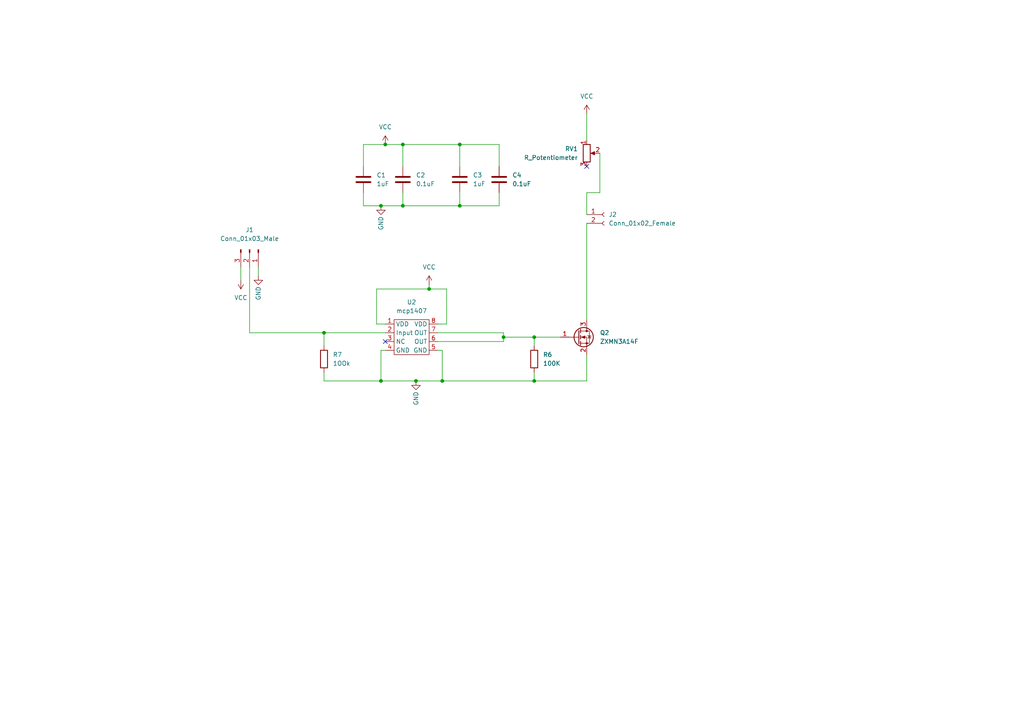
<source format=kicad_sch>
(kicad_sch (version 20211123) (generator eeschema)
  (paper "A4")
  (lib_symbols
    (symbol "Connector:Conn_01x02_Female" (pin_names (offset 1.016) hide)
      (property "Reference" "J" (at 0 2.54 0))
      (property "Value" "Conn_01x02_Female" (at 0 -5.08 0))
      (symbol "Conn_01x02_Female_1_1"
        (arc (start 0 -2.032) (mid -0.508 -2.54) (end 0 -3.048) (stroke (width 0.1524)))
        (polyline (pts (xy -1.27 -2.54) (xy -0.508 -2.54)) (stroke (width 0.1524)))
        (polyline (pts (xy -1.27 0) (xy -0.508 0)) (stroke (width 0.1524)))
        (arc (start 0 0.508) (mid -0.508 0) (end 0 -0.508) (stroke (width 0.1524)))
        (pin passive line (at -5.08 0 0) (length 3.81) (name "Pin_1") (number "1"))
        (pin passive line (at -5.08 -2.54 0) (length 3.81) (name "Pin_2") (number "2"))
      )
    )
    (symbol "Connector:Conn_01x03_Male" (pin_names (offset 1.016) hide)
      (property "Reference" "J" (at 0 5.08 0))
      (property "Value" "Conn_01x03_Male" (at 0 -5.08 0))
      (symbol "Conn_01x03_Male_1_1"
        (polyline (pts (xy 1.27 -2.54) (xy 0.8636 -2.54)) (stroke (width 0.1524)))
        (polyline (pts (xy 1.27 0) (xy 0.8636 0)) (stroke (width 0.1524)))
        (polyline (pts (xy 1.27 2.54) (xy 0.8636 2.54)) (stroke (width 0.1524)))
        (rectangle (start 0.8636 -2.413) (end 0 -2.667) (stroke (width 0.1524)) (fill (type outline)))
        (rectangle (start 0.8636 0.127) (end 0 -0.127) (stroke (width 0.1524)) (fill (type outline)))
        (rectangle (start 0.8636 2.667) (end 0 2.413) (stroke (width 0.1524)) (fill (type outline)))
        (pin passive line (at 5.08 2.54 180) (length 3.81) (name "Pin_1") (number "1"))
        (pin passive line (at 5.08 0 180) (length 3.81) (name "Pin_2") (number "2"))
        (pin passive line (at 5.08 -2.54 180) (length 3.81) (name "Pin_3") (number "3"))
      )
    )
    (symbol "Device:C" (pin_numbers hide) (pin_names (offset 0.254))
      (property "Reference" "C" (at 0.635 2.54 0))
      (property "Value" "C" (at 0.635 -2.54 0))
      (symbol "C_0_1"
        (polyline (pts (xy -2.032 -0.762) (xy 2.032 -0.762)) (stroke (width 0.508)))
        (polyline (pts (xy -2.032 0.762) (xy 2.032 0.762)) (stroke (width 0.508)))
      )
      (symbol "C_1_1"
        (pin passive line (at 0 3.81 270) (length 2.794) (name "~") (number "1"))
        (pin passive line (at 0 -3.81 90) (length 2.794) (name "~") (number "2"))
      )
    )
    (symbol "Device:R" (pin_numbers hide) (pin_names (offset 0))
      (property "Reference" "R" (at 2.032 0 90))
      (property "Value" "R" (at 0 0 90))
      (symbol "R_0_1"
        (rectangle (start -1.016 -2.54) (end 1.016 2.54) (stroke (width 0.254)))
      )
      (symbol "R_1_1"
        (pin passive line (at 0 3.81 270) (length 1.27) (name "~") (number "1"))
        (pin passive line (at 0 -3.81 90) (length 1.27) (name "~") (number "2"))
      )
    )
    (symbol "Device:R_Potentiometer" (pin_names (offset 1.016) hide)
      (property "Reference" "RV" (at -4.445 0 90))
      (property "Value" "R_Potentiometer" (at -2.54 0 90))
      (symbol "R_Potentiometer_0_1"
        (polyline (pts (xy 2.54 0) (xy 1.524 0)))
        (polyline (pts (xy 1.143 0) (xy 2.286 0.508) (xy 2.286 -0.508) (xy 1.143 0)) (fill (type outline)))
        (rectangle (start 1.016 2.54) (end -1.016 -2.54) (stroke (width 0.254)))
      )
      (symbol "R_Potentiometer_1_1"
        (pin passive line (at 0 3.81 270) (length 1.27) (name "1") (number "1"))
        (pin passive line (at 3.81 0 180) (length 1.27) (name "2") (number "2"))
        (pin passive line (at 0 -3.81 90) (length 1.27) (name "3") (number "3"))
      )
    )
    (symbol "Transistor_FET:ZXMN3A14F" (pin_names hide)
      (property "Reference" "Q" (at 5.08 1.905 0))
      (property "Value" "ZXMN3A14F" (at 5.08 0 0))
      (symbol "ZXMN3A14F_0_1"
        (polyline (pts (xy 0.254 0) (xy -2.54 0)))
        (polyline (pts (xy 0.254 1.905) (xy 0.254 -1.905)) (stroke (width 0.254)))
        (polyline (pts (xy 0.762 -1.27) (xy 0.762 -2.286)) (stroke (width 0.254)))
        (polyline (pts (xy 0.762 0.508) (xy 0.762 -0.508)) (stroke (width 0.254)))
        (polyline (pts (xy 0.762 2.286) (xy 0.762 1.27)) (stroke (width 0.254)))
        (polyline (pts (xy 2.54 2.54) (xy 2.54 1.778)))
        (polyline (pts (xy 2.54 -2.54) (xy 2.54 0) (xy 0.762 0)))
        (polyline (pts (xy 0.762 -1.778) (xy 3.302 -1.778) (xy 3.302 1.778) (xy 0.762 1.778)))
        (polyline (pts (xy 1.016 0) (xy 2.032 0.381) (xy 2.032 -0.381) (xy 1.016 0)) (fill (type outline)))
        (polyline (pts (xy 2.794 0.508) (xy 2.921 0.381) (xy 3.683 0.381) (xy 3.81 0.254)))
        (polyline (pts (xy 3.302 0.381) (xy 2.921 -0.254) (xy 3.683 -0.254) (xy 3.302 0.381)))
        (circle (center 1.651 0) (radius 2.794) (stroke (width 0.254)))
        (circle (center 2.54 -1.778) (radius 0.254) (fill (type outline)))
        (circle (center 2.54 1.778) (radius 0.254) (fill (type outline)))
      )
      (symbol "ZXMN3A14F_1_1"
        (pin input line (at -5.08 0 0) (length 2.54) (name "G") (number "1"))
        (pin passive line (at 2.54 -5.08 90) (length 2.54) (name "S") (number "2"))
        (pin passive line (at 2.54 5.08 270) (length 2.54) (name "D") (number "3"))
      )
    )
    (symbol "mcp1406-07:mcp1407"
      (property "Reference" "U?" (at 0 5.08 0))
      (property "Value" "mcp1407" (at 0 2.54 0))
      (symbol "mcp1407_0_1"
        (rectangle (start -5.08 0) (end 5.08 -10.16))
      )
      (symbol "mcp1407_1_1"
        (pin input line (at -7.62 -1.27 0) (length 2.54) (name "VDD") (number "1"))
        (pin input line (at -7.62 -3.81 0) (length 2.54) (name "Input") (number "2"))
        (pin free line (at -7.62 -6.35 0) (length 2.54) (name "NC") (number "3"))
        (pin output line (at -7.62 -8.89 0) (length 2.54) (name "GND") (number "4"))
        (pin output line (at 7.62 -8.89 180) (length 2.54) (name "GND") (number "5"))
        (pin output line (at 7.62 -6.35 180) (length 2.54) (name "OUT") (number "6"))
        (pin output line (at 7.62 -3.81 180) (length 2.54) (name "OUT") (number "7"))
        (pin input line (at 7.62 -1.27 180) (length 2.54) (name "VDD") (number "8"))
      )
    )
    (symbol "power:GND" (power) (pin_names (offset 0))
      (property "Value" "GND" (at 0 -3.81 0))
      (symbol "GND_0_1"
        (polyline (pts (xy 0 0) (xy 0 -1.27) (xy 1.27 -1.27) (xy 0 -2.54) (xy -1.27 -1.27) (xy 0 -1.27)))
      )
      (symbol "GND_1_1"
        (pin power_in line (at 0 0 270) (length 0) hide (name "GND") (number "1"))
      )
    )
    (symbol "power:VCC" (power) (pin_names (offset 0))
      (property "Value" "VCC" (at 0 3.81 0))
      (symbol "VCC_0_1"
        (polyline (pts (xy -0.762 1.27) (xy 0 2.54)))
        (polyline (pts (xy 0 0) (xy 0 2.54)))
        (polyline (pts (xy 0 2.54) (xy 0.762 1.27)))
      )
      (symbol "VCC_1_1"
        (pin power_in line (at 0 0 90) (length 0) hide (name "VCC") (number "1"))
      )
    )
  )
  (junction (at 120.65 110.49))
  (junction (at 111.76 41.91))
  (junction (at 154.94 97.79))
  (junction (at 128.27 110.49))
  (junction (at 154.94 110.49))
  (junction (at 110.49 110.49))
  (junction (at 124.46 83.82))
  (junction (at 133.35 59.69))
  (junction (at 116.84 41.91))
  (junction (at 133.35 41.91))
  (junction (at 116.84 59.69))
  (junction (at 110.49 59.69))
  (junction (at 146.05 97.79))
  (junction (at 93.98 96.52))
  (no_connect (at 170.18 48.26))
  (no_connect (at 111.76 99.06))
  (wire (pts (xy 154.94 110.49) (xy 128.27 110.49)))
  (wire (pts (xy 170.18 64.77) (xy 170.18 92.71)))
  (wire (pts (xy 110.49 110.49) (xy 120.65 110.49)))
  (wire (pts (xy 116.84 55.88) (xy 116.84 59.69)))
  (wire (pts (xy 72.39 77.47) (xy 72.39 96.52)))
  (wire (pts (xy 144.78 59.69) (xy 133.35 59.69)))
  (wire (pts (xy 110.49 101.6) (xy 110.49 110.49)))
  (wire (pts (xy 74.93 77.47) (xy 74.93 80.01)))
  (wire (pts (xy 154.94 97.79) (xy 162.56 97.79)))
  (wire (pts (xy 127 101.6) (xy 128.27 101.6)))
  (wire (pts (xy 173.99 55.88) (xy 170.18 55.88)))
  (wire (pts (xy 127 93.98) (xy 129.54 93.98)))
  (wire (pts (xy 116.84 41.91) (xy 111.76 41.91)))
  (wire (pts (xy 173.99 44.45) (xy 173.99 55.88)))
  (wire (pts (xy 170.18 102.87) (xy 170.18 110.49)))
  (wire (pts (xy 170.18 55.88) (xy 170.18 62.23)))
  (wire (pts (xy 109.22 93.98) (xy 111.76 93.98)))
  (wire (pts (xy 124.46 83.82) (xy 129.54 83.82)))
  (wire (pts (xy 146.05 96.52) (xy 146.05 97.79)))
  (wire (pts (xy 109.22 93.98) (xy 109.22 83.82)))
  (wire (pts (xy 93.98 107.95) (xy 93.98 110.49)))
  (wire (pts (xy 133.35 41.91) (xy 144.78 41.91)))
  (wire (pts (xy 116.84 59.69) (xy 110.49 59.69)))
  (wire (pts (xy 124.46 82.55) (xy 124.46 83.82)))
  (wire (pts (xy 72.39 96.52) (xy 93.98 96.52)))
  (wire (pts (xy 93.98 96.52) (xy 111.76 96.52)))
  (wire (pts (xy 144.78 55.88) (xy 144.78 59.69)))
  (wire (pts (xy 133.35 48.26) (xy 133.35 41.91)))
  (wire (pts (xy 93.98 96.52) (xy 93.98 100.33)))
  (wire (pts (xy 111.76 41.91) (xy 105.41 41.91)))
  (wire (pts (xy 133.35 55.88) (xy 133.35 59.69)))
  (wire (pts (xy 129.54 93.98) (xy 129.54 83.82)))
  (wire (pts (xy 69.85 77.47) (xy 69.85 81.28)))
  (wire (pts (xy 109.22 83.82) (xy 124.46 83.82)))
  (wire (pts (xy 146.05 97.79) (xy 154.94 97.79)))
  (wire (pts (xy 105.41 59.69) (xy 110.49 59.69)))
  (wire (pts (xy 144.78 48.26) (xy 144.78 41.91)))
  (wire (pts (xy 127 96.52) (xy 146.05 96.52)))
  (wire (pts (xy 105.41 55.88) (xy 105.41 59.69)))
  (wire (pts (xy 116.84 48.26) (xy 116.84 41.91)))
  (wire (pts (xy 128.27 101.6) (xy 128.27 110.49)))
  (wire (pts (xy 133.35 59.69) (xy 116.84 59.69)))
  (wire (pts (xy 128.27 110.49) (xy 120.65 110.49)))
  (wire (pts (xy 105.41 41.91) (xy 105.41 48.26)))
  (wire (pts (xy 111.76 101.6) (xy 110.49 101.6)))
  (wire (pts (xy 127 99.06) (xy 146.05 99.06)))
  (wire (pts (xy 154.94 97.79) (xy 154.94 100.33)))
  (wire (pts (xy 93.98 110.49) (xy 110.49 110.49)))
  (wire (pts (xy 116.84 41.91) (xy 133.35 41.91)))
  (wire (pts (xy 146.05 99.06) (xy 146.05 97.79)))
  (wire (pts (xy 170.18 110.49) (xy 154.94 110.49)))
  (wire (pts (xy 170.18 33.02) (xy 170.18 40.64)))
  (wire (pts (xy 154.94 107.95) (xy 154.94 110.49)))
  (symbol (lib_id "Transistor_FET:ZXMN3A14F") (at 167.64 97.79 0) (unit 1)
    (property "Reference" "Q2" (at 173.99 96.5199 0) (effects (justify left)))
    (property "Value" "ZXMN3A14F" (at 173.99 99.0599 0) (effects (justify left)))
    (property "Footprint" "Package_TO_SOT_SMD:SOT-23" (effects hide))
    (property "Datasheet" "http://www.diodes.com/assets/Datasheets/ZXMN3A14F.pdf" (effects hide))
  )
  (symbol (lib_id "Device:C") (at 133.35 52.07 0) (unit 1)
    (property "Reference" "C3" (at 137.16 50.7999 0) (effects (justify left)))
    (property "Value" "1uF" (at 137.16 53.3399 0) (effects (justify left)))
    (property "Footprint" "Capacitor_THT:CP_Radial_D5.0mm_P2.00mm" (effects hide))
  )
  (symbol (lib_id "power:GND") (at 110.49 59.69 0) (mirror y) (unit 1)
    (property "Reference" "#PWR03" (effects hide))
    (property "Value" "GND" (at 110.49 64.77 90))
  )
  (symbol (lib_id "Connector:Conn_01x02_Female") (at 175.26 62.23 0) (unit 1)
    (property "Reference" "J2" (at 176.53 62.2299 0) (effects (justify left)))
    (property "Value" "Conn_01x02_Female" (at 176.53 64.7699 0) (effects (justify left)))
    (property "Footprint" "Connector_PinHeader_2.54mm:PinHeader_1x02_P2.54mm_Vertical" (effects hide))
  )
  (symbol (lib_id "power:VCC") (at 111.76 41.91 0) (unit 1)
    (property "Reference" "#PWR04" (effects hide))
    (property "Value" "VCC" (at 111.76 36.83 0))
  )
  (symbol (lib_id "power:GND") (at 120.65 110.49 0) (mirror y) (unit 1)
    (property "Reference" "#PWR017" (effects hide))
    (property "Value" "GND" (at 120.65 115.57 90))
  )
  (symbol (lib_id "power:GND") (at 74.93 80.01 0) (mirror y) (unit 1)
    (property "Reference" "#PWR02" (effects hide))
    (property "Value" "GND" (at 74.93 85.09 90))
  )
  (symbol (lib_id "power:VCC") (at 124.46 82.55 0) (unit 1)
    (property "Reference" "#PWR05" (effects hide))
    (property "Value" "VCC" (at 124.46 77.47 0))
  )
  (symbol (lib_id "Device:C") (at 105.41 52.07 0) (unit 1)
    (property "Reference" "C1" (at 109.22 50.7999 0) (effects (justify left)))
    (property "Value" "1uF" (at 109.22 53.3399 0) (effects (justify left)))
    (property "Footprint" "Capacitor_SMD:C_0805_2012Metric_Pad1.18x1.45mm_HandSolder" (effects hide))
  )
  (symbol (lib_id "Device:C") (at 116.84 52.07 0) (unit 1)
    (property "Reference" "C2" (at 120.65 50.7999 0) (effects (justify left)))
    (property "Value" "0.1uF" (at 120.65 53.3399 0) (effects (justify left)))
    (property "Footprint" "Capacitor_SMD:C_0805_2012Metric_Pad1.18x1.45mm_HandSolder" (effects hide))
  )
  (symbol (lib_id "power:VCC") (at 170.18 33.02 0) (unit 1)
    (property "Reference" "#PWR06" (effects hide))
    (property "Value" "VCC" (at 170.18 27.94 0))
  )
  (symbol (lib_id "Connector:Conn_01x03_Male") (at 72.39 72.39 270) (unit 1)
    (property "Reference" "J1" (at 72.39 66.675 90))
    (property "Value" "Conn_01x03_Male" (at 72.39 69.215 90))
    (property "Footprint" "Connector_PinHeader_2.54mm:PinHeader_1x03_P2.54mm_Vertical" (effects hide))
  )
  (symbol (lib_id "Device:R_Potentiometer") (at 170.18 44.45 0) (unit 1)
    (property "Reference" "RV1" (at 167.64 43.1799 0) (effects (justify right)))
    (property "Value" "R_Potentiometer" (at 167.64 45.7199 0) (effects (justify right)))
    (property "Footprint" "Connector_PinHeader_2.54mm:PinHeader_1x03_P2.54mm_Vertical" (effects hide))
  )
  (symbol (lib_id "Device:R") (at 93.98 104.14 0) (unit 1)
    (property "Reference" "R7" (at 96.52 102.8699 0) (effects (justify left)))
    (property "Value" "1OOk" (at 96.52 105.4099 0) (effects (justify left)))
    (property "Footprint" "Resistor_SMD:R_0805_2012Metric_Pad1.20x1.40mm_HandSolder" (effects hide))
  )
  (symbol (lib_id "Device:R") (at 154.94 104.14 0) (unit 1)
    (property "Reference" "R6" (at 157.48 102.8699 0) (effects (justify left)))
    (property "Value" "100K" (at 157.48 105.4099 0) (effects (justify left)))
    (property "Footprint" "Resistor_SMD:R_0805_2012Metric_Pad1.20x1.40mm_HandSolder" (effects hide))
  )
  (symbol (lib_id "Device:C") (at 144.78 52.07 0) (unit 1)
    (property "Reference" "C4" (at 148.59 50.7999 0) (effects (justify left)))
    (property "Value" "0.1uF" (at 148.59 53.3399 0) (effects (justify left)))
    (property "Footprint" "Capacitor_THT:CP_Radial_D5.0mm_P2.00mm" (effects hide))
  )
  (symbol (lib_id "mcp1406-07:mcp1407") (at 119.38 92.71 0) (unit 1)
    (property "Reference" "U2" (at 119.38 87.63 0))
    (property "Value" "mcp1407" (at 119.38 90.17 0))
    (property "Footprint" "Package_SO:SOIC-8_3.9x4.9mm_P1.27mm" (effects hide))
  )
  (symbol (lib_id "power:VCC") (at 69.85 81.28 180) (unit 1)
    (property "Reference" "#PWR01" (effects hide))
    (property "Value" "VCC" (at 69.85 86.36 0))
  )
)
</source>
